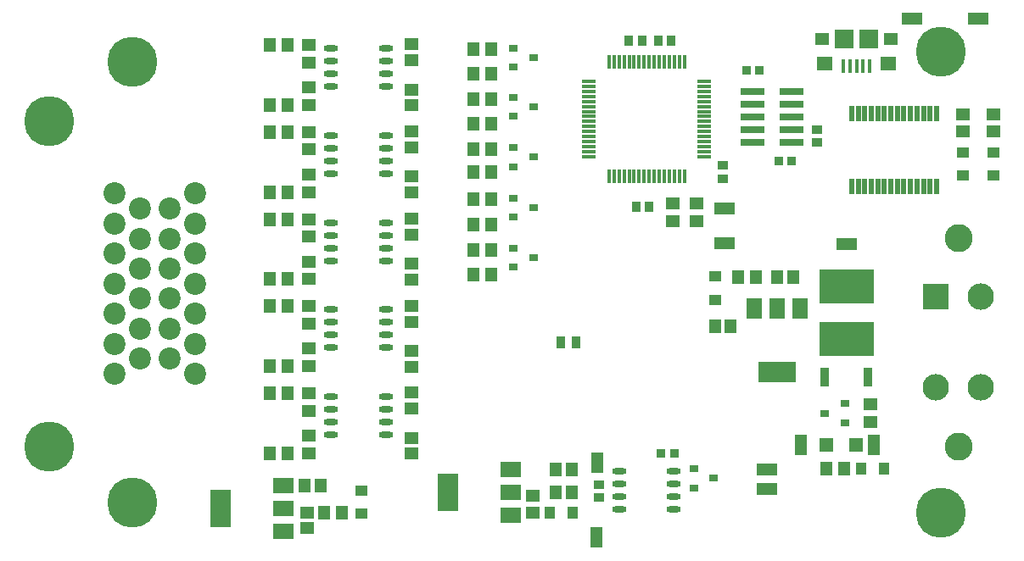
<source format=gbr>
%TF.GenerationSoftware,Altium Limited,Altium Designer,18.1.9 (240)*%
G04 Layer_Color=255*
%FSLAX26Y26*%
%MOIN*%
%TF.FileFunction,Pads,Top*%
%TF.Part,Single*%
G01*
G75*
%TA.AperFunction,SMDPad,CuDef*%
%ADD10R,0.051181X0.043307*%
%ADD11R,0.051181X0.055118*%
%ADD12R,0.059055X0.078740*%
%ADD13R,0.149606X0.078740*%
%ADD14R,0.055118X0.051181*%
%ADD15R,0.045276X0.053150*%
%ADD16R,0.078740X0.059055*%
%ADD17R,0.078740X0.149606*%
%ADD18R,0.019291X0.064961*%
%ADD19R,0.039370X0.035433*%
%ADD20R,0.214567X0.137795*%
%ADD21R,0.035433X0.074803*%
%ADD22R,0.035433X0.031496*%
%ADD23R,0.053150X0.045276*%
%ADD24R,0.053150X0.057087*%
%ADD25R,0.035433X0.039370*%
%ADD26R,0.033465X0.037402*%
%ADD27R,0.074803X0.074803*%
%TA.AperFunction,ConnectorPad*%
%ADD28R,0.057087X0.051181*%
%ADD29R,0.062992X0.055118*%
%ADD30R,0.015748X0.053150*%
%TA.AperFunction,SMDPad,CuDef*%
%ADD31O,0.057087X0.023622*%
%ADD32R,0.043307X0.051181*%
%ADD33R,0.045276X0.080709*%
%ADD34R,0.080709X0.045276*%
%TA.AperFunction,ConnectorPad*%
%ADD35R,0.045276X0.080709*%
%TA.AperFunction,SMDPad,CuDef*%
%ADD36R,0.094488X0.029921*%
%TA.AperFunction,ConnectorPad*%
%ADD37R,0.035433X0.039370*%
%TA.AperFunction,SMDPad,CuDef*%
%ADD38R,0.053150X0.011811*%
%ADD39R,0.011811X0.053150*%
%ADD40R,0.037402X0.049213*%
%TA.AperFunction,ViaPad*%
%ADD46C,0.196850*%
%TA.AperFunction,ComponentPad*%
%ADD47C,0.103937*%
%ADD48C,0.110236*%
%ADD49R,0.103937X0.103937*%
%ADD50C,0.196850*%
%ADD51C,0.086614*%
D10*
X4314961Y4551181D02*
D03*
Y4641732D02*
D03*
X5704724Y5482284D02*
D03*
Y5391732D02*
D03*
X6799213Y5970472D02*
D03*
Y5879920D02*
D03*
X6681103Y5970472D02*
D03*
Y5879921D02*
D03*
D11*
X4094488Y4661417D02*
D03*
X4157480D02*
D03*
X6012177Y5479498D02*
D03*
X5949185D02*
D03*
X5704725Y5287403D02*
D03*
X5767717D02*
D03*
X5141733Y4724408D02*
D03*
X5078739D02*
D03*
X5141732Y4633858D02*
D03*
X5078740D02*
D03*
D12*
X6039370Y5356299D02*
D03*
X5948819D02*
D03*
X5858268D02*
D03*
D13*
X5948819Y5108268D02*
D03*
D14*
X4102362Y4555118D02*
D03*
Y4492126D02*
D03*
X4511809Y5710631D02*
D03*
Y5647639D02*
D03*
X4511811Y5470473D02*
D03*
Y5533465D02*
D03*
Y5368109D02*
D03*
Y5305117D02*
D03*
X4511810Y5127953D02*
D03*
Y5190945D02*
D03*
X4511811Y5025590D02*
D03*
Y4962597D02*
D03*
Y4785431D02*
D03*
Y4848423D02*
D03*
Y5812993D02*
D03*
Y5875984D02*
D03*
Y6053149D02*
D03*
Y5990157D02*
D03*
X4511809Y6155512D02*
D03*
Y6218504D02*
D03*
X4511811Y6395668D02*
D03*
Y6332676D02*
D03*
D15*
X4239173Y4555118D02*
D03*
X4170276D02*
D03*
X4825787Y6375985D02*
D03*
X4756889D02*
D03*
X4825787Y6279528D02*
D03*
X4756889D02*
D03*
X5865355Y5479499D02*
D03*
X5796457D02*
D03*
X6211614Y4728346D02*
D03*
X6142717D02*
D03*
X3955711Y4787401D02*
D03*
X4024607D02*
D03*
X3955709Y5023622D02*
D03*
X4024607D02*
D03*
X3955709Y5129921D02*
D03*
X4024607D02*
D03*
X3955709Y5366141D02*
D03*
X4024607D02*
D03*
X3955711Y5472439D02*
D03*
X4024607D02*
D03*
X3955709Y5708661D02*
D03*
X4024607D02*
D03*
X3955709Y5814961D02*
D03*
X4024607D02*
D03*
X3955709Y6051181D02*
D03*
X4024607D02*
D03*
X3955709Y6157480D02*
D03*
X4024607D02*
D03*
X3955709Y6393701D02*
D03*
X4024607D02*
D03*
X4825788Y6181102D02*
D03*
X4756890D02*
D03*
X4825787Y6082677D02*
D03*
X4756889D02*
D03*
X4825788Y5984252D02*
D03*
X4756890D02*
D03*
X4825787Y5893701D02*
D03*
X4756889D02*
D03*
X4825788Y5785433D02*
D03*
X4756890D02*
D03*
X4825787Y5687009D02*
D03*
X4756891D02*
D03*
X4825787Y5588583D02*
D03*
X4756891D02*
D03*
X4825787Y5490157D02*
D03*
X4756889D02*
D03*
D16*
X4903543Y4543307D02*
D03*
Y4633858D02*
D03*
Y4724409D02*
D03*
X4009843Y4480315D02*
D03*
Y4570866D02*
D03*
Y4661417D02*
D03*
D17*
X4655512Y4633858D02*
D03*
X3761811Y4570866D02*
D03*
D18*
X6575787Y6123032D02*
D03*
X6550197D02*
D03*
X6524606D02*
D03*
X6499016D02*
D03*
X6473425D02*
D03*
X6447835D02*
D03*
X6422244D02*
D03*
X6396654D02*
D03*
X6371063D02*
D03*
X6345472D02*
D03*
X6319882D02*
D03*
X6294291D02*
D03*
X6268701D02*
D03*
X6243110D02*
D03*
X6575787Y5837599D02*
D03*
X6550197D02*
D03*
X6524606D02*
D03*
X6499016D02*
D03*
X6473425D02*
D03*
X6447835D02*
D03*
X6422244D02*
D03*
X6396654D02*
D03*
X6371063D02*
D03*
X6345472D02*
D03*
X6319882D02*
D03*
X6294291D02*
D03*
X6268701D02*
D03*
X6243110D02*
D03*
D19*
X5736221Y5867126D02*
D03*
Y5920276D02*
D03*
X6106299Y6062009D02*
D03*
Y6008859D02*
D03*
X5248032Y4665354D02*
D03*
Y4612204D02*
D03*
D20*
X6224409Y5236221D02*
D03*
Y5442914D02*
D03*
D21*
X6134843Y5086615D02*
D03*
X6306103D02*
D03*
D22*
X6216535Y4907481D02*
D03*
Y4982283D02*
D03*
X6137796Y4944881D02*
D03*
X5622046Y4726378D02*
D03*
Y4651574D02*
D03*
X5700788Y4688976D02*
D03*
X4913387Y6381890D02*
D03*
Y6307088D02*
D03*
X4992127Y6344488D02*
D03*
X4913387Y6187007D02*
D03*
Y6112205D02*
D03*
X4992127Y6149605D02*
D03*
X4913386Y5990157D02*
D03*
Y5915355D02*
D03*
X4992126Y5952755D02*
D03*
X4913386Y5791339D02*
D03*
Y5716537D02*
D03*
X4992126Y5753937D02*
D03*
X4913386Y5594488D02*
D03*
Y5519686D02*
D03*
X4992126Y5557086D02*
D03*
D23*
X6314961Y4979331D02*
D03*
Y4910433D02*
D03*
X5633858Y5701771D02*
D03*
Y5770669D02*
D03*
X5539370Y5701772D02*
D03*
Y5770670D02*
D03*
X6799213Y6053149D02*
D03*
Y6122047D02*
D03*
X6681103Y6052165D02*
D03*
Y6121063D02*
D03*
X4988188Y4621062D02*
D03*
Y4552166D02*
D03*
X4108269Y5366141D02*
D03*
Y5297243D02*
D03*
X4108269Y4787401D02*
D03*
Y4856300D02*
D03*
X4108269Y5023622D02*
D03*
Y4954724D02*
D03*
X4108269Y5129923D02*
D03*
Y5198819D02*
D03*
Y5472441D02*
D03*
Y5541339D02*
D03*
X4108267Y5814961D02*
D03*
Y5883859D02*
D03*
X4108269Y5708661D02*
D03*
Y5639763D02*
D03*
X4108267Y6051181D02*
D03*
Y5982283D02*
D03*
Y6157480D02*
D03*
Y6226378D02*
D03*
Y6393700D02*
D03*
Y6324802D02*
D03*
D24*
X6258858Y4818897D02*
D03*
X6142717D02*
D03*
D25*
X5447834Y5755905D02*
D03*
X5394685D02*
D03*
D26*
X6005906Y5937007D02*
D03*
X5954724D02*
D03*
X5545275Y4787402D02*
D03*
X5494095D02*
D03*
X5879921Y6295275D02*
D03*
X5828741D02*
D03*
D27*
X6214567Y6416339D02*
D03*
X6309055D02*
D03*
D28*
X6126969D02*
D03*
X6396654D02*
D03*
D29*
X6135827Y6319882D02*
D03*
X6387795D02*
D03*
D30*
X6210630Y6311024D02*
D03*
X6236221D02*
D03*
X6261811D02*
D03*
X6287402D02*
D03*
X6312992D02*
D03*
D31*
X5544292Y4566732D02*
D03*
Y4616732D02*
D03*
Y4666732D02*
D03*
Y4716732D02*
D03*
X5329724Y4566732D02*
D03*
Y4616732D02*
D03*
Y4666732D02*
D03*
Y4716732D02*
D03*
X4197835Y5010039D02*
D03*
Y4960039D02*
D03*
Y4910039D02*
D03*
Y4860039D02*
D03*
X4412403Y5010039D02*
D03*
Y4960039D02*
D03*
Y4910039D02*
D03*
Y4860039D02*
D03*
X4197835Y5352559D02*
D03*
Y5302559D02*
D03*
Y5252559D02*
D03*
Y5202559D02*
D03*
X4412401Y5352559D02*
D03*
Y5302559D02*
D03*
Y5252559D02*
D03*
Y5202559D02*
D03*
X4197833Y5695079D02*
D03*
Y5645079D02*
D03*
Y5595079D02*
D03*
Y5545079D02*
D03*
X4412401Y5695079D02*
D03*
Y5645079D02*
D03*
Y5595079D02*
D03*
Y5545079D02*
D03*
Y5887599D02*
D03*
Y5937599D02*
D03*
Y5987599D02*
D03*
Y6037599D02*
D03*
X4197835Y5887599D02*
D03*
Y5937599D02*
D03*
Y5987599D02*
D03*
Y6037599D02*
D03*
Y6380116D02*
D03*
Y6330116D02*
D03*
Y6280116D02*
D03*
Y6230116D02*
D03*
X4412403Y6380116D02*
D03*
Y6330116D02*
D03*
Y6280116D02*
D03*
Y6230116D02*
D03*
D32*
X5057087Y4555117D02*
D03*
X5147637D02*
D03*
X6279528Y4728346D02*
D03*
X6370079D02*
D03*
D33*
X6330709Y4818898D02*
D03*
X6043307D02*
D03*
X5244095Y4751968D02*
D03*
D34*
X6224409Y5610236D02*
D03*
X5909449Y4724409D02*
D03*
Y4645669D02*
D03*
X5744095Y5751968D02*
D03*
Y5614173D02*
D03*
X6480315Y6496063D02*
D03*
X6740158D02*
D03*
D35*
X5240158Y4456693D02*
D03*
D36*
X6005905Y6010236D02*
D03*
X5852361D02*
D03*
X6005905Y6060236D02*
D03*
X5852361D02*
D03*
X6005905Y6110236D02*
D03*
X5852361D02*
D03*
X6005905Y6160236D02*
D03*
X5852361D02*
D03*
X6005905Y6210236D02*
D03*
X5852361D02*
D03*
D37*
X5367126Y6409449D02*
D03*
X5420276D02*
D03*
X5534450Y6409449D02*
D03*
X5481300D02*
D03*
D38*
X5663386Y6250000D02*
D03*
Y6230315D02*
D03*
Y6210630D02*
D03*
Y6190945D02*
D03*
Y6171260D02*
D03*
Y6151575D02*
D03*
Y6131890D02*
D03*
Y6112205D02*
D03*
Y6092520D02*
D03*
Y6072835D02*
D03*
Y6053150D02*
D03*
Y6033465D02*
D03*
Y6013780D02*
D03*
Y5994095D02*
D03*
Y5974409D02*
D03*
Y5954725D02*
D03*
X5210630D02*
D03*
Y5974409D02*
D03*
Y5994095D02*
D03*
Y6013780D02*
D03*
Y6033465D02*
D03*
Y6053150D02*
D03*
Y6072835D02*
D03*
Y6092520D02*
D03*
Y6112205D02*
D03*
Y6131890D02*
D03*
Y6151575D02*
D03*
Y6171260D02*
D03*
Y6190945D02*
D03*
Y6210630D02*
D03*
Y6230315D02*
D03*
Y6250000D02*
D03*
D39*
X5584646Y5875984D02*
D03*
X5564961D02*
D03*
X5545276D02*
D03*
X5525591D02*
D03*
X5505906D02*
D03*
X5486221D02*
D03*
X5466535D02*
D03*
X5446850D02*
D03*
X5427165D02*
D03*
X5407480D02*
D03*
X5387795D02*
D03*
X5368110D02*
D03*
X5348425D02*
D03*
X5328740D02*
D03*
X5309055D02*
D03*
X5289370D02*
D03*
Y6328740D02*
D03*
X5309055D02*
D03*
X5328740D02*
D03*
X5348425D02*
D03*
X5368110D02*
D03*
X5387795D02*
D03*
X5407480D02*
D03*
X5427165D02*
D03*
X5446850D02*
D03*
X5466535D02*
D03*
X5486221D02*
D03*
X5505906D02*
D03*
X5525591D02*
D03*
X5545276D02*
D03*
X5564961D02*
D03*
X5584646D02*
D03*
D40*
X5160434Y5224408D02*
D03*
X5099410D02*
D03*
D46*
X6594488Y6366142D02*
D03*
Y4555118D02*
D03*
X3417323Y4594488D02*
D03*
Y6326772D02*
D03*
D47*
X6749094Y5404567D02*
D03*
Y5045512D02*
D03*
X6573897D02*
D03*
D48*
X6661417Y5635039D02*
D03*
Y4814961D02*
D03*
D49*
X6573897Y5404567D02*
D03*
D50*
X3090551Y4814961D02*
D03*
Y6094488D02*
D03*
D51*
X3346457Y5809055D02*
D03*
Y5690945D02*
D03*
Y5572835D02*
D03*
Y5454724D02*
D03*
Y5336614D02*
D03*
Y5218504D02*
D03*
Y5100394D02*
D03*
X3444882Y5750000D02*
D03*
Y5631890D02*
D03*
Y5513779D02*
D03*
Y5395669D02*
D03*
Y5277559D02*
D03*
Y5159449D02*
D03*
X3562992Y5750000D02*
D03*
Y5631890D02*
D03*
Y5513779D02*
D03*
Y5395669D02*
D03*
Y5277559D02*
D03*
Y5159449D02*
D03*
X3661417Y5809055D02*
D03*
Y5690945D02*
D03*
Y5572835D02*
D03*
Y5454724D02*
D03*
Y5336614D02*
D03*
Y5218504D02*
D03*
Y5100394D02*
D03*
%TF.MD5,f5229e1403144529ea35f1229442ac89*%
M02*

</source>
